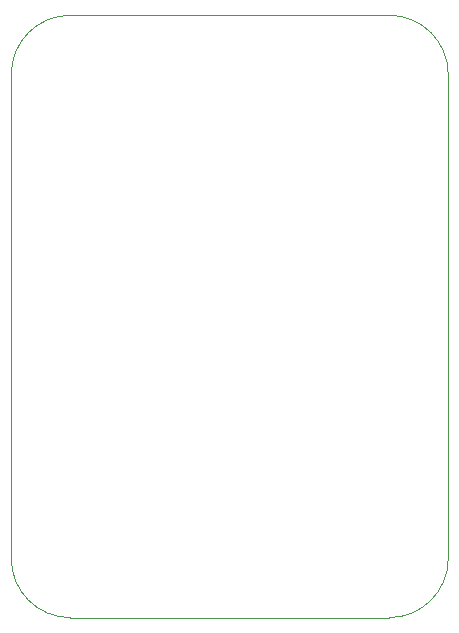
<source format=gbr>
G04 #@! TF.GenerationSoftware,KiCad,Pcbnew,5.1.5-52549c5~84~ubuntu19.10.1*
G04 #@! TF.CreationDate,2020-03-01T16:09:57+02:00*
G04 #@! TF.ProjectId,ARM-JTAG-TC2050-AVR,41524d2d-4a54-4414-972d-544332303530,v1.0*
G04 #@! TF.SameCoordinates,Original*
G04 #@! TF.FileFunction,Legend,Bot*
G04 #@! TF.FilePolarity,Positive*
%FSLAX46Y46*%
G04 Gerber Fmt 4.6, Leading zero omitted, Abs format (unit mm)*
G04 Created by KiCad (PCBNEW 5.1.5-52549c5~84~ubuntu19.10.1) date 2020-03-01 16:09:57*
%MOMM*%
%LPD*%
G04 APERTURE LIST*
%ADD10C,0.050000*%
G04 APERTURE END LIST*
D10*
X82000000Y-50000000D02*
G75*
G02X87000000Y-55000000I0J-5000000D01*
G01*
X87000000Y-96000000D02*
G75*
G02X82000000Y-101000000I-5000000J0D01*
G01*
X55000000Y-101000000D02*
G75*
G02X50000000Y-96000000I0J5000000D01*
G01*
X50000000Y-55000000D02*
G75*
G02X55000000Y-50000000I5000000J0D01*
G01*
X55000000Y-50000000D02*
X82000000Y-50000000D01*
X87000000Y-55000000D02*
X87000000Y-96000000D01*
X55000000Y-101000000D02*
X82000000Y-101000000D01*
X50000000Y-55000000D02*
X50000000Y-96000000D01*
M02*

</source>
